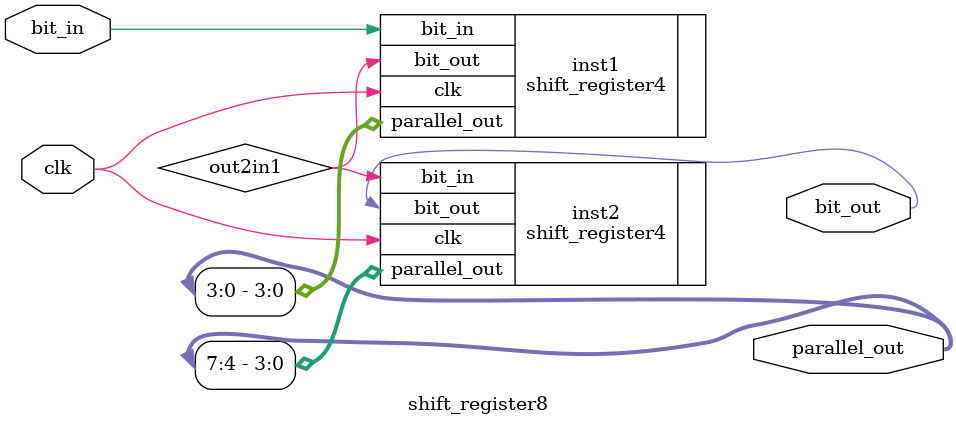
<source format=v>
module shift_register8 (input wire clk, input wire bit_in, output wire bit_out, output wire [7:0] parallel_out);
	wire out2in1;
	shift_register4 inst1 (.clk(clk), .bit_in(bit_in), .bit_out(out2in1), .parallel_out(parallel_out[3:0]));
	shift_register4 inst2 (.clk(clk), .bit_in(out2in1), .bit_out(bit_out), .parallel_out(parallel_out[7:4]));
	
endmodule 
</source>
